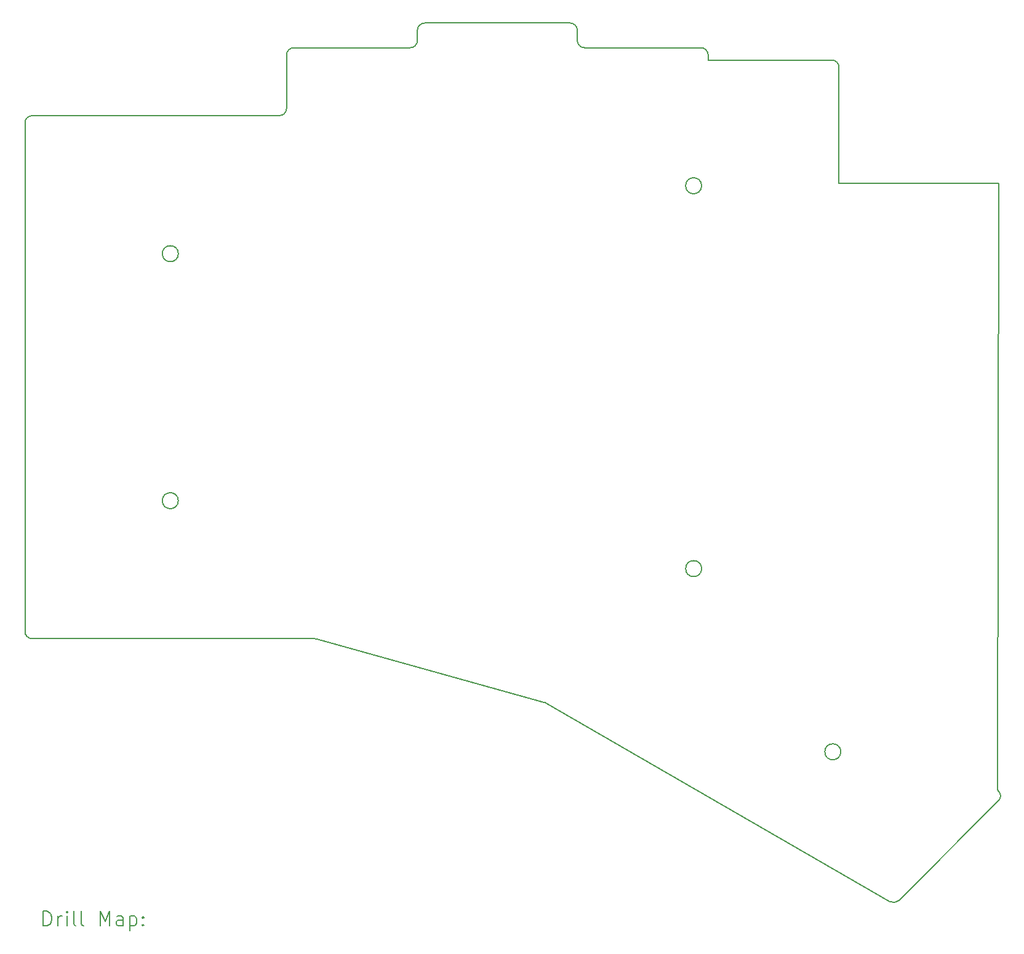
<source format=gbr>
%TF.GenerationSoftware,KiCad,Pcbnew,8.0.8+1*%
%TF.CreationDate,2025-04-03T17:45:36+00:00*%
%TF.ProjectId,bottom_plate,626f7474-6f6d-45f7-906c-6174652e6b69,0.1*%
%TF.SameCoordinates,Original*%
%TF.FileFunction,Drillmap*%
%TF.FilePolarity,Positive*%
%FSLAX45Y45*%
G04 Gerber Fmt 4.5, Leading zero omitted, Abs format (unit mm)*
G04 Created by KiCad (PCBNEW 8.0.8+1) date 2025-04-03 17:45:36*
%MOMM*%
%LPD*%
G01*
G04 APERTURE LIST*
%ADD10C,0.150000*%
%ADD11C,0.200000*%
G04 APERTURE END LIST*
D10*
X9400000Y-7575000D02*
X11400000Y-7575000D01*
X4000000Y-16050000D02*
G75*
G02*
X3900000Y-15950000I0J100000D01*
G01*
X11500000Y-7675000D02*
X11500000Y-7815000D01*
X7500000Y-8015000D02*
G75*
G02*
X7600000Y-7915000I100000J0D01*
G01*
X15100000Y-9785000D02*
X17300000Y-9785000D01*
X7886369Y-16050000D02*
X4000000Y-16050000D01*
X9300000Y-7815000D02*
X9300000Y-7675000D01*
X6010000Y-10750000D02*
G75*
G02*
X5790000Y-10750000I-110000J0D01*
G01*
X5790000Y-10750000D02*
G75*
G02*
X6010000Y-10750000I110000J0D01*
G01*
X7500000Y-8750000D02*
X7500000Y-8015000D01*
X15803852Y-19668143D02*
X11066050Y-16932771D01*
X15924563Y-19652251D02*
G75*
G02*
X15803850Y-19668146I-70713J70701D01*
G01*
X17293192Y-18283622D02*
X15924563Y-19652251D01*
X3900000Y-8950000D02*
G75*
G02*
X4000000Y-8850000I100000J0D01*
G01*
X15124705Y-17606402D02*
G75*
G02*
X14904705Y-17606402I-110000J0D01*
G01*
X14904705Y-17606402D02*
G75*
G02*
X15124705Y-17606402I110000J0D01*
G01*
X6010000Y-14150000D02*
G75*
G02*
X5790000Y-14150000I-110000J0D01*
G01*
X5790000Y-14150000D02*
G75*
G02*
X6010000Y-14150000I110000J0D01*
G01*
X9300000Y-7815000D02*
G75*
G02*
X9200000Y-7915000I-100000J0D01*
G01*
X9300000Y-7675000D02*
G75*
G02*
X9400000Y-7575000I100000J0D01*
G01*
X17284557Y-18129562D02*
X17301791Y-18152003D01*
X17301791Y-18152003D02*
G75*
G02*
X17293190Y-18283621I-79311J-60907D01*
G01*
X15100000Y-8185000D02*
X15100000Y-9785000D01*
X11042814Y-16923022D02*
G75*
G02*
X11066049Y-16932772I-26774J-96368D01*
G01*
X13210000Y-15085000D02*
G75*
G02*
X12990000Y-15085000I-110000J0D01*
G01*
X12990000Y-15085000D02*
G75*
G02*
X13210000Y-15085000I110000J0D01*
G01*
X11400000Y-7575000D02*
G75*
G02*
X11500000Y-7675000I0J-100000D01*
G01*
X7886369Y-16050000D02*
G75*
G02*
X7913134Y-16053649I1J-99980D01*
G01*
X3900000Y-15950000D02*
X3900000Y-8950000D01*
X4000000Y-8850000D02*
X7400000Y-8850000D01*
X11600000Y-7915000D02*
X13200000Y-7915000D01*
X13300000Y-8015000D02*
X13300000Y-8085000D01*
X11042814Y-16923022D02*
X7913134Y-16053648D01*
X7600000Y-7915000D02*
X9200000Y-7915000D01*
X7500000Y-8750000D02*
G75*
G02*
X7400000Y-8850000I-100000J0D01*
G01*
X15000000Y-8085000D02*
G75*
G02*
X15100000Y-8185000I0J-100000D01*
G01*
X11600000Y-7915000D02*
G75*
G02*
X11500000Y-7815000I0J100000D01*
G01*
X17300000Y-9785000D02*
X17284557Y-18129562D01*
X13210000Y-9815000D02*
G75*
G02*
X12990000Y-9815000I-110000J0D01*
G01*
X12990000Y-9815000D02*
G75*
G02*
X13210000Y-9815000I110000J0D01*
G01*
X13200000Y-7915000D02*
G75*
G02*
X13300000Y-8015000I0J-100000D01*
G01*
X13300000Y-8085000D02*
X15000000Y-8085000D01*
D11*
X4153277Y-20000528D02*
X4153277Y-19800528D01*
X4153277Y-19800528D02*
X4200896Y-19800528D01*
X4200896Y-19800528D02*
X4229467Y-19810052D01*
X4229467Y-19810052D02*
X4248515Y-19829100D01*
X4248515Y-19829100D02*
X4258039Y-19848147D01*
X4258039Y-19848147D02*
X4267563Y-19886243D01*
X4267563Y-19886243D02*
X4267563Y-19914814D01*
X4267563Y-19914814D02*
X4258039Y-19952909D01*
X4258039Y-19952909D02*
X4248515Y-19971957D01*
X4248515Y-19971957D02*
X4229467Y-19991005D01*
X4229467Y-19991005D02*
X4200896Y-20000528D01*
X4200896Y-20000528D02*
X4153277Y-20000528D01*
X4353277Y-20000528D02*
X4353277Y-19867195D01*
X4353277Y-19905290D02*
X4362801Y-19886243D01*
X4362801Y-19886243D02*
X4372324Y-19876719D01*
X4372324Y-19876719D02*
X4391372Y-19867195D01*
X4391372Y-19867195D02*
X4410420Y-19867195D01*
X4477086Y-20000528D02*
X4477086Y-19867195D01*
X4477086Y-19800528D02*
X4467563Y-19810052D01*
X4467563Y-19810052D02*
X4477086Y-19819576D01*
X4477086Y-19819576D02*
X4486610Y-19810052D01*
X4486610Y-19810052D02*
X4477086Y-19800528D01*
X4477086Y-19800528D02*
X4477086Y-19819576D01*
X4600896Y-20000528D02*
X4581848Y-19991005D01*
X4581848Y-19991005D02*
X4572324Y-19971957D01*
X4572324Y-19971957D02*
X4572324Y-19800528D01*
X4705658Y-20000528D02*
X4686610Y-19991005D01*
X4686610Y-19991005D02*
X4677086Y-19971957D01*
X4677086Y-19971957D02*
X4677086Y-19800528D01*
X4934229Y-20000528D02*
X4934229Y-19800528D01*
X4934229Y-19800528D02*
X5000896Y-19943385D01*
X5000896Y-19943385D02*
X5067563Y-19800528D01*
X5067563Y-19800528D02*
X5067563Y-20000528D01*
X5248515Y-20000528D02*
X5248515Y-19895766D01*
X5248515Y-19895766D02*
X5238991Y-19876719D01*
X5238991Y-19876719D02*
X5219944Y-19867195D01*
X5219944Y-19867195D02*
X5181848Y-19867195D01*
X5181848Y-19867195D02*
X5162801Y-19876719D01*
X5248515Y-19991005D02*
X5229467Y-20000528D01*
X5229467Y-20000528D02*
X5181848Y-20000528D01*
X5181848Y-20000528D02*
X5162801Y-19991005D01*
X5162801Y-19991005D02*
X5153277Y-19971957D01*
X5153277Y-19971957D02*
X5153277Y-19952909D01*
X5153277Y-19952909D02*
X5162801Y-19933862D01*
X5162801Y-19933862D02*
X5181848Y-19924338D01*
X5181848Y-19924338D02*
X5229467Y-19924338D01*
X5229467Y-19924338D02*
X5248515Y-19914814D01*
X5343753Y-19867195D02*
X5343753Y-20067195D01*
X5343753Y-19876719D02*
X5362801Y-19867195D01*
X5362801Y-19867195D02*
X5400896Y-19867195D01*
X5400896Y-19867195D02*
X5419944Y-19876719D01*
X5419944Y-19876719D02*
X5429467Y-19886243D01*
X5429467Y-19886243D02*
X5438991Y-19905290D01*
X5438991Y-19905290D02*
X5438991Y-19962433D01*
X5438991Y-19962433D02*
X5429467Y-19981481D01*
X5429467Y-19981481D02*
X5419944Y-19991005D01*
X5419944Y-19991005D02*
X5400896Y-20000528D01*
X5400896Y-20000528D02*
X5362801Y-20000528D01*
X5362801Y-20000528D02*
X5343753Y-19991005D01*
X5524705Y-19981481D02*
X5534229Y-19991005D01*
X5534229Y-19991005D02*
X5524705Y-20000528D01*
X5524705Y-20000528D02*
X5515182Y-19991005D01*
X5515182Y-19991005D02*
X5524705Y-19981481D01*
X5524705Y-19981481D02*
X5524705Y-20000528D01*
X5524705Y-19876719D02*
X5534229Y-19886243D01*
X5534229Y-19886243D02*
X5524705Y-19895766D01*
X5524705Y-19895766D02*
X5515182Y-19886243D01*
X5515182Y-19886243D02*
X5524705Y-19876719D01*
X5524705Y-19876719D02*
X5524705Y-19895766D01*
M02*

</source>
